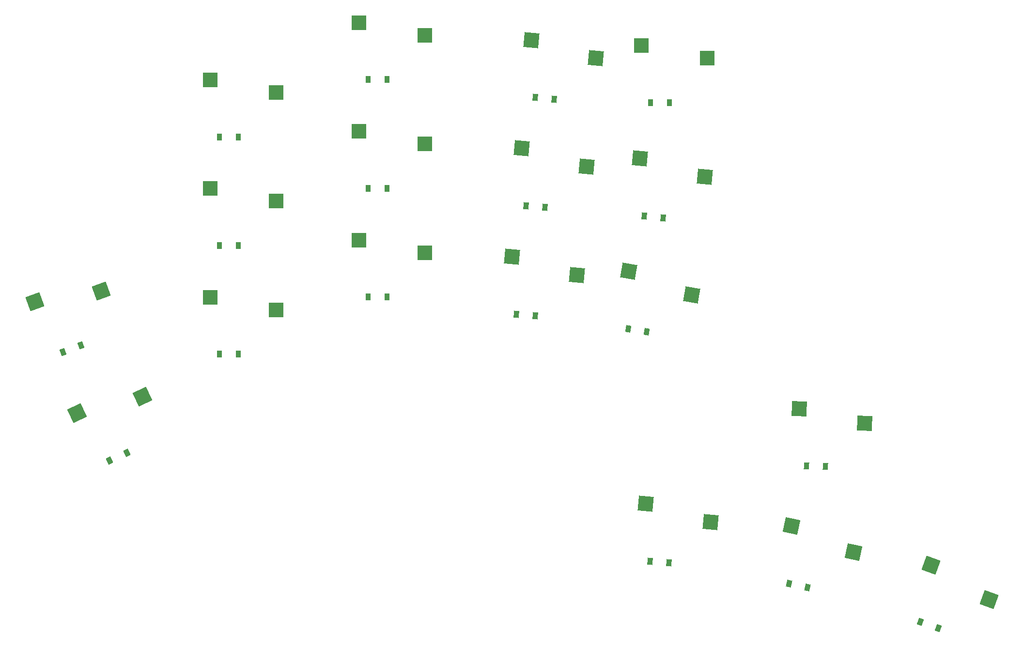
<source format=gbr>
%TF.GenerationSoftware,KiCad,Pcbnew,8.0.6*%
%TF.CreationDate,2025-01-06T03:54:34-07:00*%
%TF.ProjectId,left_circuit,6c656674-5f63-4697-9263-7569742e6b69,v1.0.0*%
%TF.SameCoordinates,Original*%
%TF.FileFunction,Paste,Bot*%
%TF.FilePolarity,Positive*%
%FSLAX46Y46*%
G04 Gerber Fmt 4.6, Leading zero omitted, Abs format (unit mm)*
G04 Created by KiCad (PCBNEW 8.0.6) date 2025-01-06 03:54:34*
%MOMM*%
%LPD*%
G01*
G04 APERTURE LIST*
G04 Aperture macros list*
%AMRotRect*
0 Rectangle, with rotation*
0 The origin of the aperture is its center*
0 $1 length*
0 $2 width*
0 $3 Rotation angle, in degrees counterclockwise*
0 Add horizontal line*
21,1,$1,$2,0,0,$3*%
G04 Aperture macros list end*
%ADD10RotRect,2.600000X2.600000X25.000000*%
%ADD11RotRect,0.900000X1.200000X355.000000*%
%ADD12RotRect,2.600000X2.600000X350.000000*%
%ADD13R,2.600000X2.600000*%
%ADD14RotRect,2.600000X2.600000X355.000000*%
%ADD15R,0.900000X1.200000*%
%ADD16RotRect,0.900000X1.200000X348.000000*%
%ADD17RotRect,0.900000X1.200000X340.000000*%
%ADD18RotRect,0.900000X1.200000X358.000000*%
%ADD19RotRect,2.600000X2.600000X340.000000*%
%ADD20RotRect,2.600000X2.600000X348.000000*%
%ADD21RotRect,0.900000X1.200000X25.000000*%
%ADD22RotRect,0.900000X1.200000X350.000000*%
%ADD23RotRect,0.900000X1.200000X20.000000*%
%ADD24RotRect,2.600000X2.600000X358.000000*%
%ADD25RotRect,2.600000X2.600000X20.000000*%
G04 APERTURE END LIST*
D10*
%TO.C,S1*%
X124517263Y-175991543D03*
X135914878Y-173104180D03*
%TD*%
D11*
%TO.C,D11*%
X204628108Y-120845595D03*
X207915550Y-121133209D03*
%TD*%
D12*
%TO.C,S12*%
X220953233Y-151171027D03*
X231945737Y-155343241D03*
%TD*%
D13*
%TO.C,S6*%
X173738757Y-145757765D03*
X185288757Y-147957765D03*
%TD*%
D14*
%TO.C,S10*%
X202220532Y-129719528D03*
X213534838Y-132917806D03*
%TD*%
%TO.C,S9*%
X200564573Y-148647227D03*
X211878879Y-151845505D03*
%TD*%
D15*
%TO.C,D3*%
X149363757Y-165707765D03*
X152663757Y-165707765D03*
%TD*%
%TO.C,D14*%
X224730348Y-121718478D03*
X228030348Y-121718478D03*
%TD*%
D14*
%TO.C,S13*%
X222889467Y-131516734D03*
X234203773Y-134715012D03*
%TD*%
D13*
%TO.C,S3*%
X147738757Y-155757765D03*
X159288757Y-157957765D03*
%TD*%
D16*
%TO.C,D16*%
X248917371Y-205798028D03*
X252145259Y-206484136D03*
%TD*%
D11*
%TO.C,D9*%
X201316190Y-158700993D03*
X204603632Y-158988607D03*
%TD*%
D13*
%TO.C,S5*%
X147738757Y-117757765D03*
X159288757Y-119957765D03*
%TD*%
D17*
%TO.C,D18*%
X271917282Y-212495641D03*
X275018268Y-213624307D03*
%TD*%
D18*
%TO.C,D17*%
X251984219Y-185211548D03*
X255282209Y-185326716D03*
%TD*%
D19*
%TO.C,S18*%
X273793383Y-202589916D03*
X283894388Y-208607572D03*
%TD*%
D20*
%TO.C,S16*%
X249396603Y-195727603D03*
X260236802Y-200280908D03*
%TD*%
D13*
%TO.C,S7*%
X173738757Y-126757765D03*
X185288757Y-128957765D03*
%TD*%
D14*
%TO.C,S15*%
X223888445Y-191844415D03*
X235202751Y-195042693D03*
%TD*%
D21*
%TO.C,D1*%
X130195065Y-184322551D03*
X133185881Y-182927911D03*
%TD*%
D14*
%TO.C,S11*%
X203876491Y-110791829D03*
X215190797Y-113990107D03*
%TD*%
D13*
%TO.C,S8*%
X173738757Y-107757765D03*
X185288757Y-109957765D03*
%TD*%
D15*
%TO.C,D4*%
X149363757Y-146707765D03*
X152663757Y-146707765D03*
%TD*%
%TO.C,D6*%
X175363757Y-155707765D03*
X178663757Y-155707765D03*
%TD*%
D22*
%TO.C,D12*%
X220825747Y-161252043D03*
X224075613Y-161825081D03*
%TD*%
D11*
%TO.C,D10*%
X202972149Y-139773294D03*
X206259591Y-140060908D03*
%TD*%
D23*
%TO.C,D2*%
X122060221Y-165321176D03*
X125161207Y-164192510D03*
%TD*%
D15*
%TO.C,D8*%
X175363757Y-117707765D03*
X178663757Y-117707765D03*
%TD*%
D11*
%TO.C,D13*%
X223641084Y-141570500D03*
X226928526Y-141858114D03*
%TD*%
D13*
%TO.C,S14*%
X223105348Y-111768478D03*
X234655348Y-113968478D03*
%TD*%
D24*
%TO.C,S17*%
X250707459Y-175210898D03*
X262173644Y-177812647D03*
%TD*%
D25*
%TO.C,S2*%
X117130120Y-156527017D03*
X128736014Y-154644008D03*
%TD*%
D13*
%TO.C,S4*%
X147738757Y-136757765D03*
X159288757Y-138957765D03*
%TD*%
D11*
%TO.C,D15*%
X224640062Y-201898181D03*
X227927504Y-202185795D03*
%TD*%
D15*
%TO.C,D7*%
X175363757Y-136707765D03*
X178663757Y-136707765D03*
%TD*%
%TO.C,D5*%
X149363757Y-127707765D03*
X152663757Y-127707765D03*
%TD*%
M02*

</source>
